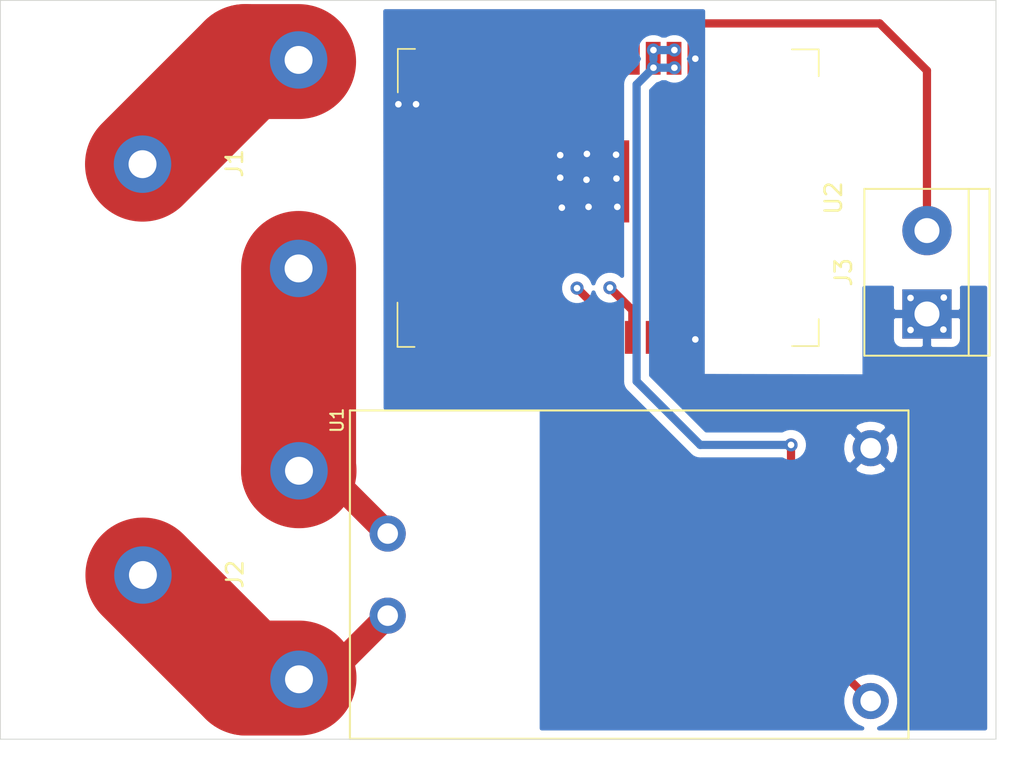
<source format=kicad_pcb>
(kicad_pcb (version 20171130) (host pcbnew "(5.1.0-0)")

  (general
    (thickness 1.6)
    (drawings 4)
    (tracks 52)
    (zones 0)
    (modules 5)
    (nets 39)
  )

  (page A4)
  (layers
    (0 F.Cu signal)
    (31 B.Cu signal)
    (32 B.Adhes user)
    (33 F.Adhes user)
    (34 B.Paste user)
    (35 F.Paste user)
    (36 B.SilkS user)
    (37 F.SilkS user)
    (38 B.Mask user)
    (39 F.Mask user)
    (40 Dwgs.User user)
    (41 Cmts.User user)
    (42 Eco1.User user)
    (43 Eco2.User user)
    (44 Edge.Cuts user)
    (45 Margin user)
    (46 B.CrtYd user)
    (47 F.CrtYd user)
    (48 B.Fab user)
    (49 F.Fab user)
  )

  (setup
    (last_trace_width 0.5)
    (user_trace_width 0.5)
    (user_trace_width 1.5)
    (user_trace_width 7)
    (trace_clearance 0.2)
    (zone_clearance 0.508)
    (zone_45_only yes)
    (trace_min 0.2)
    (via_size 0.8)
    (via_drill 0.4)
    (via_min_size 0.4)
    (via_min_drill 0.3)
    (uvia_size 0.3)
    (uvia_drill 0.1)
    (uvias_allowed no)
    (uvia_min_size 0.2)
    (uvia_min_drill 0.1)
    (edge_width 0.05)
    (segment_width 0.2)
    (pcb_text_width 0.3)
    (pcb_text_size 1.5 1.5)
    (mod_edge_width 0.12)
    (mod_text_size 1 1)
    (mod_text_width 0.15)
    (pad_size 1.524 1.524)
    (pad_drill 0.762)
    (pad_to_mask_clearance 0.051)
    (solder_mask_min_width 0.25)
    (aux_axis_origin 0 0)
    (visible_elements FFFFFF7F)
    (pcbplotparams
      (layerselection 0x010fc_ffffffff)
      (usegerberextensions false)
      (usegerberattributes false)
      (usegerberadvancedattributes false)
      (creategerberjobfile false)
      (excludeedgelayer true)
      (linewidth 0.100000)
      (plotframeref false)
      (viasonmask false)
      (mode 1)
      (useauxorigin false)
      (hpglpennumber 1)
      (hpglpenspeed 20)
      (hpglpendiameter 15.000000)
      (psnegative false)
      (psa4output false)
      (plotreference true)
      (plotvalue true)
      (plotinvisibletext false)
      (padsonsilk false)
      (subtractmaskfromsilk false)
      (outputformat 1)
      (mirror false)
      (drillshape 1)
      (scaleselection 1)
      (outputdirectory ""))
  )

  (net 0 "")
  (net 1 "Net-(J1-Pad1)")
  (net 2 "Net-(J1-Pad3)")
  (net 3 "Net-(J2-Pad2)")
  (net 4 GND)
  (net 5 +3V3)
  (net 6 "Net-(U2-Pad16)")
  (net 7 "Net-(U2-Pad17)")
  (net 8 "Net-(U2-Pad18)")
  (net 9 "Net-(U2-Pad19)")
  (net 10 "Net-(U2-Pad20)")
  (net 11 "Net-(U2-Pad21)")
  (net 12 "Net-(U2-Pad22)")
  (net 13 "Net-(U2-Pad23)")
  (net 14 "Net-(U2-Pad24)")
  (net 15 "Net-(U2-Pad4)")
  (net 16 "Net-(U2-Pad5)")
  (net 17 "Net-(U2-Pad6)")
  (net 18 "Net-(U2-Pad7)")
  (net 19 "Net-(U2-Pad8)")
  (net 20 "Net-(U2-Pad9)")
  (net 21 "Net-(U2-Pad10)")
  (net 22 "Net-(J3-Pad2)")
  (net 23 "Net-(U2-Pad12)")
  (net 24 "Net-(U2-Pad13)")
  (net 25 "Net-(U2-Pad14)")
  (net 26 "Net-(U2-Pad37)")
  (net 27 "Net-(U2-Pad36)")
  (net 28 TXD0)
  (net 29 RXD0)
  (net 30 "Net-(U2-Pad33)")
  (net 31 "Net-(U2-Pad32)")
  (net 32 "Net-(U2-Pad31)")
  (net 33 "Net-(U2-Pad30)")
  (net 34 "Net-(U2-Pad29)")
  (net 35 "Net-(U2-Pad28)")
  (net 36 "Net-(U2-Pad27)")
  (net 37 "Net-(U2-Pad26)")
  (net 38 "Net-(U2-Pad25)")

  (net_class Default "This is the default net class."
    (clearance 0.2)
    (trace_width 0.25)
    (via_dia 0.8)
    (via_drill 0.4)
    (uvia_dia 0.3)
    (uvia_drill 0.1)
    (add_net +3V3)
    (add_net GND)
    (add_net "Net-(J1-Pad1)")
    (add_net "Net-(J1-Pad3)")
    (add_net "Net-(J2-Pad2)")
    (add_net "Net-(J3-Pad2)")
    (add_net "Net-(U2-Pad10)")
    (add_net "Net-(U2-Pad12)")
    (add_net "Net-(U2-Pad13)")
    (add_net "Net-(U2-Pad14)")
    (add_net "Net-(U2-Pad16)")
    (add_net "Net-(U2-Pad17)")
    (add_net "Net-(U2-Pad18)")
    (add_net "Net-(U2-Pad19)")
    (add_net "Net-(U2-Pad20)")
    (add_net "Net-(U2-Pad21)")
    (add_net "Net-(U2-Pad22)")
    (add_net "Net-(U2-Pad23)")
    (add_net "Net-(U2-Pad24)")
    (add_net "Net-(U2-Pad25)")
    (add_net "Net-(U2-Pad26)")
    (add_net "Net-(U2-Pad27)")
    (add_net "Net-(U2-Pad28)")
    (add_net "Net-(U2-Pad29)")
    (add_net "Net-(U2-Pad30)")
    (add_net "Net-(U2-Pad31)")
    (add_net "Net-(U2-Pad32)")
    (add_net "Net-(U2-Pad33)")
    (add_net "Net-(U2-Pad36)")
    (add_net "Net-(U2-Pad37)")
    (add_net "Net-(U2-Pad4)")
    (add_net "Net-(U2-Pad5)")
    (add_net "Net-(U2-Pad6)")
    (add_net "Net-(U2-Pad7)")
    (add_net "Net-(U2-Pad8)")
    (add_net "Net-(U2-Pad9)")
    (add_net RXD0)
    (add_net TXD0)
  )

  (module local:HLK-PM03 (layer F.Cu) (tedit 5CB2A736) (tstamp 5CB2B16A)
    (at 107.275 79.975)
    (path /5CB2CE23)
    (fp_text reference U1 (at -17.78 -9.398 90) (layer F.SilkS)
      (effects (font (size 0.762 0.762) (thickness 0.127)))
    )
    (fp_text value VAL* (at 0 11) (layer F.Fab)
      (effects (font (size 0.762 0.762) (thickness 0.127)))
    )
    (fp_line (start 17 -10) (end -17 -10) (layer F.SilkS) (width 0.127))
    (fp_line (start -17 10) (end 17 10) (layer F.SilkS) (width 0.127))
    (fp_line (start -17 -10) (end -17 10) (layer F.SilkS) (width 0.127))
    (fp_line (start 17 10) (end 17 -10) (layer F.SilkS) (width 0.127))
    (pad 4 thru_hole circle (at 14.7 7.7) (size 2.2 2.2) (drill 1.25) (layers *.Cu *.Mask)
      (net 5 +3V3))
    (pad 3 thru_hole circle (at 14.7 -7.7) (size 2.2 2.2) (drill 1.25) (layers *.Cu *.Mask)
      (net 4 GND))
    (pad 2 thru_hole circle (at -14.7 2.5) (size 2.2 2.2) (drill 1.25) (layers *.Cu *.Mask)
      (net 3 "Net-(J2-Pad2)"))
    (pad 1 thru_hole circle (at -14.7 -2.5) (size 2.2 2.2) (drill 1.25) (layers *.Cu *.Mask)
      (net 2 "Net-(J1-Pad3)"))
    (model /Users/alex/Downloads/wifi-stepper-master/hardware/lib/HLK-PM03.STEP
      (at (xyz 0 0 0))
      (scale (xyz 1 1 1))
      (rotate (xyz -90 0 0))
    )
  )

  (module local:PhoenixContact-1017515 (layer F.Cu) (tedit 5CB2A08D) (tstamp 5CB2AA18)
    (at 87.15 54.975 90)
    (path /5CB2A3D6)
    (fp_text reference J1 (at 0.05 -3.9 90) (layer F.SilkS)
      (effects (font (size 1 1) (thickness 0.15)))
    )
    (fp_text value Conn_01x03 (at 0.05 -5.45 90) (layer F.Fab)
      (effects (font (size 1 1) (thickness 0.15)))
    )
    (fp_line (start -9.925 -18.1) (end 9.925 -18.1) (layer Dwgs.User) (width 0.12))
    (fp_line (start 9.925 -18.1) (end 9.925 2.65) (layer Dwgs.User) (width 0.12))
    (fp_line (start 9.925 2.65) (end -9.925 2.65) (layer Dwgs.User) (width 0.12))
    (fp_line (start -9.925 2.65) (end -9.925 -18.1) (layer Dwgs.User) (width 0.12))
    (pad 1 thru_hole circle (at 6.35 0 90) (size 3.5 3.5) (drill 1.7) (layers *.Cu *.Mask)
      (net 1 "Net-(J1-Pad1)"))
    (pad 2 thru_hole circle (at 0 -9.5 90) (size 3.5 3.5) (drill 1.7) (layers *.Cu *.Mask)
      (net 1 "Net-(J1-Pad1)"))
    (pad 3 thru_hole circle (at -6.35 0 90) (size 3.5 3.5) (drill 1.7) (layers *.Cu *.Mask)
      (net 2 "Net-(J1-Pad3)"))
  )

  (module local:PhoenixContact-1017515 (layer F.Cu) (tedit 5CB2A08D) (tstamp 5CB2AA23)
    (at 87.175 80 90)
    (path /5CB2B7B3)
    (fp_text reference J2 (at 0.05 -3.9 90) (layer F.SilkS)
      (effects (font (size 1 1) (thickness 0.15)))
    )
    (fp_text value Conn_01x03 (at 0.05 -5.45 90) (layer F.Fab)
      (effects (font (size 1 1) (thickness 0.15)))
    )
    (fp_line (start -9.925 2.65) (end -9.925 -18.1) (layer Dwgs.User) (width 0.12))
    (fp_line (start 9.925 2.65) (end -9.925 2.65) (layer Dwgs.User) (width 0.12))
    (fp_line (start 9.925 -18.1) (end 9.925 2.65) (layer Dwgs.User) (width 0.12))
    (fp_line (start -9.925 -18.1) (end 9.925 -18.1) (layer Dwgs.User) (width 0.12))
    (pad 3 thru_hole circle (at -6.35 0 90) (size 3.5 3.5) (drill 1.7) (layers *.Cu *.Mask)
      (net 3 "Net-(J2-Pad2)"))
    (pad 2 thru_hole circle (at 0 -9.5 90) (size 3.5 3.5) (drill 1.7) (layers *.Cu *.Mask)
      (net 3 "Net-(J2-Pad2)"))
    (pad 1 thru_hole circle (at 6.35 0 90) (size 3.5 3.5) (drill 1.7) (layers *.Cu *.Mask)
      (net 2 "Net-(J1-Pad3)"))
  )

  (module local:ESP32-WROOM-32D (layer F.Cu) (tedit 5B1AEA8D) (tstamp 5CB2AF2C)
    (at 103.02 57.025 270)
    (path /5CB31075)
    (fp_text reference U2 (at 0.01 -16.69 270) (layer F.SilkS)
      (effects (font (size 1 1) (thickness 0.15)))
    )
    (fp_text value ESP32-WROOM (at 0 11.88 270) (layer F.Fab)
      (effects (font (size 1 1) (thickness 0.15)))
    )
    (fp_line (start 9.74 10.46) (end 9.74 -16.02) (layer F.CrtYd) (width 0.1))
    (fp_line (start -9.77 10.47) (end 9.73 10.46) (layer F.CrtYd) (width 0.1))
    (fp_line (start -9.77 -16.04) (end -9.77 10.47) (layer F.CrtYd) (width 0.1))
    (fp_line (start 9.74 -16.04) (end -9.74 -16.04) (layer F.CrtYd) (width 0.1))
    (fp_text user REF** (at 0.01 -5.37 270) (layer F.Fab)
      (effects (font (size 1 1) (thickness 0.15)))
    )
    (fp_line (start 9.03 -14.17) (end 9.03 -15.79) (layer F.SilkS) (width 0.1))
    (fp_line (start 9.03 -15.79) (end 7.39 -15.79) (layer F.SilkS) (width 0.1))
    (fp_line (start -9.04 -14.16) (end -9.04 -15.79) (layer F.SilkS) (width 0.1))
    (fp_line (start -9.04 -15.79) (end -7.41 -15.79) (layer F.SilkS) (width 0.1))
    (fp_line (start 9.08 8.81) (end 9.08 9.85) (layer F.SilkS) (width 0.1))
    (fp_line (start 9.08 9.85) (end 6.38 9.85) (layer F.SilkS) (width 0.1))
    (fp_line (start -9.07 8.78) (end -9.07 9.83) (layer F.SilkS) (width 0.1))
    (fp_line (start -9.07 9.83) (end -6.42 9.83) (layer F.SilkS) (width 0.1))
    (fp_line (start -9 9.755) (end 9 9.755) (layer F.Fab) (width 0.1))
    (fp_line (start -9 -15.748) (end -9 9.755) (layer F.Fab) (width 0.1))
    (fp_line (start -9 -15.745) (end 9 -15.745) (layer F.Fab) (width 0.1))
    (fp_line (start 9 -15.748) (end 9 9.755) (layer F.Fab) (width 0.1))
    (pad 1 smd rect (at -8.5 -8.255 270) (size 2 0.9) (layers F.Cu F.Paste F.Mask)
      (net 4 GND))
    (pad 15 smd rect (at -5.715 9.255) (size 2 0.9) (layers F.Cu F.Paste F.Mask)
      (net 4 GND))
    (pad 16 smd rect (at -4.445 9.255) (size 2 0.9) (layers F.Cu F.Paste F.Mask)
      (net 6 "Net-(U2-Pad16)"))
    (pad 17 smd rect (at -3.175 9.255) (size 2 0.9) (layers F.Cu F.Paste F.Mask)
      (net 7 "Net-(U2-Pad17)"))
    (pad 18 smd rect (at -1.905 9.255) (size 2 0.9) (layers F.Cu F.Paste F.Mask)
      (net 8 "Net-(U2-Pad18)"))
    (pad 19 smd rect (at -0.635 9.255) (size 2 0.9) (layers F.Cu F.Paste F.Mask)
      (net 9 "Net-(U2-Pad19)"))
    (pad 20 smd rect (at 0.635 9.255) (size 2 0.9) (layers F.Cu F.Paste F.Mask)
      (net 10 "Net-(U2-Pad20)"))
    (pad 21 smd rect (at 1.905 9.255) (size 2 0.9) (layers F.Cu F.Paste F.Mask)
      (net 11 "Net-(U2-Pad21)"))
    (pad 22 smd rect (at 3.175 9.255) (size 2 0.9) (layers F.Cu F.Paste F.Mask)
      (net 12 "Net-(U2-Pad22)"))
    (pad 23 smd rect (at 4.445 9.255) (size 2 0.9) (layers F.Cu F.Paste F.Mask)
      (net 13 "Net-(U2-Pad23)"))
    (pad 24 smd rect (at 5.715 9.255) (size 2 0.9) (layers F.Cu F.Paste F.Mask)
      (net 14 "Net-(U2-Pad24)"))
    (pad 2 smd rect (at -8.5 -6.985 270) (size 2 0.9) (layers F.Cu F.Paste F.Mask)
      (net 5 +3V3))
    (pad 3 smd rect (at -8.5 -5.715 270) (size 2 0.9) (layers F.Cu F.Paste F.Mask)
      (net 5 +3V3))
    (pad 4 smd rect (at -8.5 -4.445 270) (size 2 0.9) (layers F.Cu F.Paste F.Mask)
      (net 15 "Net-(U2-Pad4)"))
    (pad 5 smd rect (at -8.5 -3.175 270) (size 2 0.9) (layers F.Cu F.Paste F.Mask)
      (net 16 "Net-(U2-Pad5)"))
    (pad 6 smd rect (at -8.5 -1.905 270) (size 2 0.9) (layers F.Cu F.Paste F.Mask)
      (net 17 "Net-(U2-Pad6)"))
    (pad 7 smd rect (at -8.5 -0.635 270) (size 2 0.9) (layers F.Cu F.Paste F.Mask)
      (net 18 "Net-(U2-Pad7)"))
    (pad 8 smd rect (at -8.5 0.635 270) (size 2 0.9) (layers F.Cu F.Paste F.Mask)
      (net 19 "Net-(U2-Pad8)"))
    (pad 9 smd rect (at -8.5 1.905 270) (size 2 0.9) (layers F.Cu F.Paste F.Mask)
      (net 20 "Net-(U2-Pad9)"))
    (pad 10 smd rect (at -8.5 3.175 270) (size 2 0.9) (layers F.Cu F.Paste F.Mask)
      (net 21 "Net-(U2-Pad10)"))
    (pad 11 smd rect (at -8.5 4.445 270) (size 2 0.9) (layers F.Cu F.Paste F.Mask)
      (net 22 "Net-(J3-Pad2)"))
    (pad 12 smd rect (at -8.5 5.715 270) (size 2 0.9) (layers F.Cu F.Paste F.Mask)
      (net 23 "Net-(U2-Pad12)"))
    (pad 13 smd rect (at -8.5 6.985 270) (size 2 0.9) (layers F.Cu F.Paste F.Mask)
      (net 24 "Net-(U2-Pad13)"))
    (pad 14 smd rect (at -8.5 8.255 270) (size 2 0.9) (layers F.Cu F.Paste F.Mask)
      (net 25 "Net-(U2-Pad14)"))
    (pad 38 smd rect (at 8.5 -8.255 270) (size 2 0.9) (layers F.Cu F.Paste F.Mask)
      (net 4 GND))
    (pad 37 smd rect (at 8.5 -6.985 270) (size 2 0.9) (layers F.Cu F.Paste F.Mask)
      (net 26 "Net-(U2-Pad37)"))
    (pad 36 smd rect (at 8.5 -5.715 270) (size 2 0.9) (layers F.Cu F.Paste F.Mask)
      (net 27 "Net-(U2-Pad36)"))
    (pad 35 smd rect (at 8.5 -4.445 270) (size 2 0.9) (layers F.Cu F.Paste F.Mask)
      (net 28 TXD0))
    (pad 34 smd rect (at 8.5 -3.175 270) (size 2 0.9) (layers F.Cu F.Paste F.Mask)
      (net 29 RXD0))
    (pad 33 smd rect (at 8.5 -1.905 270) (size 2 0.9) (layers F.Cu F.Paste F.Mask)
      (net 30 "Net-(U2-Pad33)"))
    (pad 32 smd rect (at 8.5 -0.635 270) (size 2 0.9) (layers F.Cu F.Paste F.Mask)
      (net 31 "Net-(U2-Pad32)"))
    (pad 31 smd rect (at 8.5 0.635 270) (size 2 0.9) (layers F.Cu F.Paste F.Mask)
      (net 32 "Net-(U2-Pad31)"))
    (pad 30 smd rect (at 8.5 1.905 270) (size 2 0.9) (layers F.Cu F.Paste F.Mask)
      (net 33 "Net-(U2-Pad30)"))
    (pad 29 smd rect (at 8.5 3.175 270) (size 2 0.9) (layers F.Cu F.Paste F.Mask)
      (net 34 "Net-(U2-Pad29)"))
    (pad 28 smd rect (at 8.5 4.445 270) (size 2 0.9) (layers F.Cu F.Paste F.Mask)
      (net 35 "Net-(U2-Pad28)"))
    (pad 27 smd rect (at 8.5 5.715 270) (size 2 0.9) (layers F.Cu F.Paste F.Mask)
      (net 36 "Net-(U2-Pad27)"))
    (pad 26 smd rect (at 8.5 6.985 270) (size 2 0.9) (layers F.Cu F.Paste F.Mask)
      (net 37 "Net-(U2-Pad26)"))
    (pad 25 smd rect (at 8.5 8.255 270) (size 2 0.9) (layers F.Cu F.Paste F.Mask)
      (net 38 "Net-(U2-Pad25)"))
    (pad 39 smd rect (at -1 -1.755 270) (size 5 5) (layers F.Cu F.Paste F.Mask)
      (net 4 GND))
  )

  (module Connectors_Terminal_Blocks:TerminalBlock_bornier-2_P5.08mm (layer F.Cu) (tedit 59FF03AB) (tstamp 5CB2B090)
    (at 125.4 64.1 90)
    (descr "simple 2-pin terminal block, pitch 5.08mm, revamped version of bornier2")
    (tags "terminal block bornier2")
    (path /5CB455F2)
    (fp_text reference J3 (at 2.54 -5.08 90) (layer F.SilkS)
      (effects (font (size 1 1) (thickness 0.15)))
    )
    (fp_text value Screw_Terminal_01x02 (at 2.54 5.08 90) (layer F.Fab)
      (effects (font (size 1 1) (thickness 0.15)))
    )
    (fp_line (start 7.79 4) (end -2.71 4) (layer F.CrtYd) (width 0.05))
    (fp_line (start 7.79 4) (end 7.79 -4) (layer F.CrtYd) (width 0.05))
    (fp_line (start -2.71 -4) (end -2.71 4) (layer F.CrtYd) (width 0.05))
    (fp_line (start -2.71 -4) (end 7.79 -4) (layer F.CrtYd) (width 0.05))
    (fp_line (start -2.54 3.81) (end 7.62 3.81) (layer F.SilkS) (width 0.12))
    (fp_line (start -2.54 -3.81) (end -2.54 3.81) (layer F.SilkS) (width 0.12))
    (fp_line (start 7.62 -3.81) (end -2.54 -3.81) (layer F.SilkS) (width 0.12))
    (fp_line (start 7.62 3.81) (end 7.62 -3.81) (layer F.SilkS) (width 0.12))
    (fp_line (start 7.62 2.54) (end -2.54 2.54) (layer F.SilkS) (width 0.12))
    (fp_line (start 7.54 -3.75) (end -2.46 -3.75) (layer F.Fab) (width 0.1))
    (fp_line (start 7.54 3.75) (end 7.54 -3.75) (layer F.Fab) (width 0.1))
    (fp_line (start -2.46 3.75) (end 7.54 3.75) (layer F.Fab) (width 0.1))
    (fp_line (start -2.46 -3.75) (end -2.46 3.75) (layer F.Fab) (width 0.1))
    (fp_line (start -2.41 2.55) (end 7.49 2.55) (layer F.Fab) (width 0.1))
    (fp_text user %R (at 2.54 0 90) (layer F.Fab)
      (effects (font (size 1 1) (thickness 0.15)))
    )
    (pad 2 thru_hole circle (at 5.08 0 90) (size 3 3) (drill 1.52) (layers *.Cu *.Mask)
      (net 22 "Net-(J3-Pad2)"))
    (pad 1 thru_hole rect (at 0 0 90) (size 3 3) (drill 1.52) (layers *.Cu *.Mask)
      (net 4 GND))
    (model ${KISYS3DMOD}/Terminal_Blocks.3dshapes/TerminalBlock_bornier-2_P5.08mm.wrl
      (offset (xyz 2.539999961853027 0 0))
      (scale (xyz 1 1 1))
      (rotate (xyz 0 0 0))
    )
  )

  (gr_line (start 129.6 90) (end 69 90) (layer Edge.Cuts) (width 0.05) (tstamp 5CB2AB9B))
  (gr_line (start 129.6 45) (end 129.6 90) (layer Edge.Cuts) (width 0.05))
  (gr_line (start 69 45) (end 129.6 45) (layer Edge.Cuts) (width 0.05))
  (gr_line (start 69 45) (end 69 90) (layer Edge.Cuts) (width 0.05))

  (via (at 117.125 72.075) (size 0.8) (drill 0.4) (layers F.Cu B.Cu) (net 5))
  (via (at 94.3 51.325) (size 0.8) (drill 0.4) (layers F.Cu B.Cu) (net 4))
  (via (at 93.225 51.325) (size 0.8) (drill 0.4) (layers F.Cu B.Cu) (net 4))
  (via (at 104.1 62.525) (size 0.8) (drill 0.4) (layers F.Cu B.Cu) (net 29))
  (via (at 106.1 62.5) (size 0.8) (drill 0.4) (layers F.Cu B.Cu) (net 28))
  (via (at 110.025 49.1) (size 0.8) (drill 0.4) (layers F.Cu B.Cu) (net 5))
  (via (at 108.75 49.1) (size 0.8) (drill 0.4) (layers F.Cu B.Cu) (net 5))
  (via (at 108.75 48.025) (size 0.8) (drill 0.4) (layers F.Cu B.Cu) (net 5))
  (via (at 110.025 48.025) (size 0.8) (drill 0.4) (layers F.Cu B.Cu) (net 5))
  (via (at 111.3 48.55) (size 0.8) (drill 0.4) (layers F.Cu B.Cu) (net 4))
  (via (at 106.55 57.575) (size 0.8) (drill 0.4) (layers F.Cu B.Cu) (net 4))
  (via (at 104.8 57.575) (size 0.8) (drill 0.4) (layers F.Cu B.Cu) (net 4))
  (via (at 103.175 57.625) (size 0.8) (drill 0.4) (layers F.Cu B.Cu) (net 4))
  (via (at 103.075 55.8) (size 0.8) (drill 0.4) (layers F.Cu B.Cu) (net 4))
  (via (at 104.675 55.925) (size 0.8) (drill 0.4) (layers F.Cu B.Cu) (net 4))
  (via (at 106.5 55.85) (size 0.8) (drill 0.4) (layers F.Cu B.Cu) (net 4))
  (via (at 106.475 54.4) (size 0.8) (drill 0.4) (layers F.Cu B.Cu) (net 4))
  (via (at 104.7 54.35) (size 0.8) (drill 0.4) (layers F.Cu B.Cu) (net 4))
  (via (at 103.075 54.425) (size 0.8) (drill 0.4) (layers F.Cu B.Cu) (net 4))
  (via (at 111.3 65.65) (size 0.8) (drill 0.4) (layers F.Cu B.Cu) (net 4))
  (via (at 124.4 65.075) (size 0.8) (drill 0.4) (layers F.Cu B.Cu) (net 4))
  (via (at 124.4 63.125) (size 0.8) (drill 0.4) (layers F.Cu B.Cu) (net 4))
  (via (at 126.425 63.1) (size 0.8) (drill 0.4) (layers F.Cu B.Cu) (net 4))
  (via (at 126.4 65.05) (size 0.8) (drill 0.4) (layers F.Cu B.Cu) (net 4))
  (segment (start 83.89999 48.72501) (end 87.15 48.72501) (width 7) (layer F.Cu) (net 1))
  (segment (start 77.65 54.975) (end 83.89999 48.72501) (width 7) (layer F.Cu) (net 1))
  (segment (start 87.15 73.625) (end 87.175 73.65) (width 7) (layer F.Cu) (net 2))
  (segment (start 87.15 61.325) (end 87.15 73.625) (width 7) (layer F.Cu) (net 2))
  (segment (start 88.75 73.65) (end 92.575 77.475) (width 1.5) (layer F.Cu) (net 2))
  (segment (start 87.175 73.65) (end 88.75 73.65) (width 1.5) (layer F.Cu) (net 2))
  (segment (start 83.94999 86.27499) (end 87.175 86.27499) (width 7) (layer F.Cu) (net 3))
  (segment (start 77.675 80) (end 83.94999 86.27499) (width 7) (layer F.Cu) (net 3))
  (segment (start 88.7 86.35) (end 92.575 82.475) (width 1.5) (layer F.Cu) (net 3))
  (segment (start 87.175 86.35) (end 88.7 86.35) (width 1.5) (layer F.Cu) (net 3))
  (segment (start 117.125 82.825) (end 121.975 87.675) (width 0.5) (layer F.Cu) (net 5))
  (segment (start 117.125 72.075) (end 117.125 82.825) (width 0.5) (layer F.Cu) (net 5))
  (segment (start 108.75 48.590685) (end 108.75 48.025) (width 0.5) (layer B.Cu) (net 5))
  (segment (start 108.75 48.025) (end 110.025 48.025) (width 0.5) (layer B.Cu) (net 5))
  (segment (start 108.75 49.1) (end 110.025 49.1) (width 0.5) (layer B.Cu) (net 5))
  (segment (start 117.125 72.075) (end 111.6 72.075) (width 0.5) (layer B.Cu) (net 5))
  (segment (start 111.6 72.075) (end 107.725 68.2) (width 0.5) (layer B.Cu) (net 5))
  (segment (start 107.725 50.125) (end 108.75 49.1) (width 0.5) (layer B.Cu) (net 5))
  (segment (start 107.725 68.2) (end 107.725 50.125) (width 0.5) (layer B.Cu) (net 5))
  (segment (start 98.575 47.025) (end 99.2 46.4) (width 0.5) (layer F.Cu) (net 22))
  (segment (start 98.575 48.525) (end 98.575 47.025) (width 0.5) (layer F.Cu) (net 22))
  (segment (start 99.2 46.4) (end 122.525 46.4) (width 0.5) (layer F.Cu) (net 22))
  (segment (start 125.4 49.275) (end 125.4 59.02) (width 0.5) (layer F.Cu) (net 22))
  (segment (start 122.525 46.4) (end 125.4 49.275) (width 0.5) (layer F.Cu) (net 22))
  (segment (start 107.465 63.865) (end 107.465 65.525) (width 0.5) (layer F.Cu) (net 28))
  (segment (start 106.1 62.5) (end 107.465 63.865) (width 0.5) (layer F.Cu) (net 28))
  (segment (start 106.195 64.62) (end 106.195 65.525) (width 0.5) (layer F.Cu) (net 29))
  (segment (start 104.1 62.525) (end 106.195 64.62) (width 0.5) (layer F.Cu) (net 29))

  (zone (net 4) (net_name GND) (layer B.Cu) (tstamp 5CB2B478) (hatch edge 0.508)
    (connect_pads (clearance 0.508))
    (min_thickness 0.254)
    (fill yes (arc_segments 32) (thermal_gap 0.508) (thermal_bridge_width 0.508))
    (polygon
      (pts
        (xy 92.3 45) (xy 92.325 69.95) (xy 101.825 69.975) (xy 101.825 89.9) (xy 129.475 89.9)
        (xy 129.55 62.375) (xy 121.475 62.375) (xy 121.475 67.775) (xy 111.875 67.75) (xy 111.9 45.025)
      )
    )
    (filled_polygon
      (pts
        (xy 111.748 67.74986) (xy 111.750413 67.774639) (xy 111.757614 67.798472) (xy 111.769326 67.820441) (xy 111.785099 67.839704)
        (xy 111.804326 67.855519) (xy 111.82627 67.867279) (xy 111.850087 67.874532) (xy 111.874669 67.877) (xy 121.474669 67.902)
        (xy 121.499452 67.899624) (xy 121.523295 67.892459) (xy 121.545282 67.88078) (xy 121.564568 67.865036) (xy 121.580413 67.845832)
        (xy 121.592206 67.823906) (xy 121.599495 67.800101) (xy 121.602 67.775) (xy 121.602 65.6) (xy 123.261928 65.6)
        (xy 123.274188 65.724482) (xy 123.310498 65.84418) (xy 123.369463 65.954494) (xy 123.448815 66.051185) (xy 123.545506 66.130537)
        (xy 123.65582 66.189502) (xy 123.775518 66.225812) (xy 123.9 66.238072) (xy 125.11425 66.235) (xy 125.273 66.07625)
        (xy 125.273 64.227) (xy 125.527 64.227) (xy 125.527 66.07625) (xy 125.68575 66.235) (xy 126.9 66.238072)
        (xy 127.024482 66.225812) (xy 127.14418 66.189502) (xy 127.254494 66.130537) (xy 127.351185 66.051185) (xy 127.430537 65.954494)
        (xy 127.489502 65.84418) (xy 127.525812 65.724482) (xy 127.538072 65.6) (xy 127.535 64.38575) (xy 127.37625 64.227)
        (xy 125.527 64.227) (xy 125.273 64.227) (xy 123.42375 64.227) (xy 123.265 64.38575) (xy 123.261928 65.6)
        (xy 121.602 65.6) (xy 121.602 62.502) (xy 123.27158 62.502) (xy 123.261928 62.6) (xy 123.265 63.81425)
        (xy 123.42375 63.973) (xy 125.273 63.973) (xy 125.273 63.953) (xy 125.527 63.953) (xy 125.527 63.973)
        (xy 127.37625 63.973) (xy 127.535 63.81425) (xy 127.538072 62.6) (xy 127.52842 62.502) (xy 128.94 62.502)
        (xy 128.940001 89.34) (xy 122.489108 89.34) (xy 122.796831 89.212537) (xy 123.080998 89.022663) (xy 123.322663 88.780998)
        (xy 123.512537 88.496831) (xy 123.643325 88.181081) (xy 123.71 87.845883) (xy 123.71 87.504117) (xy 123.643325 87.168919)
        (xy 123.512537 86.853169) (xy 123.322663 86.569002) (xy 123.080998 86.327337) (xy 122.796831 86.137463) (xy 122.481081 86.006675)
        (xy 122.145883 85.94) (xy 121.804117 85.94) (xy 121.468919 86.006675) (xy 121.153169 86.137463) (xy 120.869002 86.327337)
        (xy 120.627337 86.569002) (xy 120.437463 86.853169) (xy 120.306675 87.168919) (xy 120.24 87.504117) (xy 120.24 87.845883)
        (xy 120.306675 88.181081) (xy 120.437463 88.496831) (xy 120.627337 88.780998) (xy 120.869002 89.022663) (xy 121.153169 89.212537)
        (xy 121.460892 89.34) (xy 101.952 89.34) (xy 101.952 73.481712) (xy 120.947893 73.481712) (xy 121.055726 73.756338)
        (xy 121.362384 73.907216) (xy 121.692585 73.995369) (xy 122.033639 74.017409) (xy 122.372439 73.972489) (xy 122.695966 73.862336)
        (xy 122.894274 73.756338) (xy 123.002107 73.481712) (xy 121.975 72.454605) (xy 120.947893 73.481712) (xy 101.952 73.481712)
        (xy 101.952 69.975) (xy 101.94956 69.950224) (xy 101.942333 69.926399) (xy 101.930597 69.904443) (xy 101.914803 69.885197)
        (xy 101.895557 69.869403) (xy 101.873601 69.857667) (xy 101.849776 69.85044) (xy 101.825334 69.848) (xy 92.451873 69.823333)
        (xy 92.444459 62.423061) (xy 103.065 62.423061) (xy 103.065 62.626939) (xy 103.104774 62.826898) (xy 103.182795 63.015256)
        (xy 103.296063 63.184774) (xy 103.440226 63.328937) (xy 103.609744 63.442205) (xy 103.798102 63.520226) (xy 103.998061 63.56)
        (xy 104.201939 63.56) (xy 104.401898 63.520226) (xy 104.590256 63.442205) (xy 104.759774 63.328937) (xy 104.903937 63.184774)
        (xy 105.017205 63.015256) (xy 105.095226 62.826898) (xy 105.102486 62.790397) (xy 105.104774 62.801898) (xy 105.182795 62.990256)
        (xy 105.296063 63.159774) (xy 105.440226 63.303937) (xy 105.609744 63.417205) (xy 105.798102 63.495226) (xy 105.998061 63.535)
        (xy 106.201939 63.535) (xy 106.401898 63.495226) (xy 106.590256 63.417205) (xy 106.759774 63.303937) (xy 106.84 63.223711)
        (xy 106.84 68.156531) (xy 106.835719 68.2) (xy 106.84 68.243469) (xy 106.84 68.243476) (xy 106.852805 68.373489)
        (xy 106.903411 68.540312) (xy 106.985589 68.694058) (xy 107.096183 68.828817) (xy 107.129956 68.856534) (xy 110.94347 72.670049)
        (xy 110.971183 72.703817) (xy 111.004951 72.73153) (xy 111.004953 72.731532) (xy 111.105941 72.814411) (xy 111.259686 72.896589)
        (xy 111.42651 72.947195) (xy 111.556523 72.96) (xy 111.556531 72.96) (xy 111.6 72.964281) (xy 111.643469 72.96)
        (xy 116.586546 72.96) (xy 116.634744 72.992205) (xy 116.823102 73.070226) (xy 117.023061 73.11) (xy 117.226939 73.11)
        (xy 117.426898 73.070226) (xy 117.615256 72.992205) (xy 117.784774 72.878937) (xy 117.928937 72.734774) (xy 118.042205 72.565256)
        (xy 118.120226 72.376898) (xy 118.12883 72.333639) (xy 120.232591 72.333639) (xy 120.277511 72.672439) (xy 120.387664 72.995966)
        (xy 120.493662 73.194274) (xy 120.768288 73.302107) (xy 121.795395 72.275) (xy 122.154605 72.275) (xy 123.181712 73.302107)
        (xy 123.456338 73.194274) (xy 123.607216 72.887616) (xy 123.695369 72.557415) (xy 123.717409 72.216361) (xy 123.672489 71.877561)
        (xy 123.562336 71.554034) (xy 123.456338 71.355726) (xy 123.181712 71.247893) (xy 122.154605 72.275) (xy 121.795395 72.275)
        (xy 120.768288 71.247893) (xy 120.493662 71.355726) (xy 120.342784 71.662384) (xy 120.254631 71.992585) (xy 120.232591 72.333639)
        (xy 118.12883 72.333639) (xy 118.16 72.176939) (xy 118.16 71.973061) (xy 118.120226 71.773102) (xy 118.042205 71.584744)
        (xy 117.928937 71.415226) (xy 117.784774 71.271063) (xy 117.615256 71.157795) (xy 117.426898 71.079774) (xy 117.369154 71.068288)
        (xy 120.947893 71.068288) (xy 121.975 72.095395) (xy 123.002107 71.068288) (xy 122.894274 70.793662) (xy 122.587616 70.642784)
        (xy 122.257415 70.554631) (xy 121.916361 70.532591) (xy 121.577561 70.577511) (xy 121.254034 70.687664) (xy 121.055726 70.793662)
        (xy 120.947893 71.068288) (xy 117.369154 71.068288) (xy 117.226939 71.04) (xy 117.023061 71.04) (xy 116.823102 71.079774)
        (xy 116.634744 71.157795) (xy 116.586546 71.19) (xy 111.966579 71.19) (xy 108.61 67.833422) (xy 108.61 50.491578)
        (xy 108.995044 50.106535) (xy 109.051898 50.095226) (xy 109.240256 50.017205) (xy 109.288454 49.985) (xy 109.486546 49.985)
        (xy 109.534744 50.017205) (xy 109.723102 50.095226) (xy 109.923061 50.135) (xy 110.126939 50.135) (xy 110.326898 50.095226)
        (xy 110.515256 50.017205) (xy 110.684774 49.903937) (xy 110.828937 49.759774) (xy 110.942205 49.590256) (xy 111.020226 49.401898)
        (xy 111.06 49.201939) (xy 111.06 48.998061) (xy 111.020226 48.798102) (xy 110.942205 48.609744) (xy 110.910638 48.5625)
        (xy 110.942205 48.515256) (xy 111.020226 48.326898) (xy 111.06 48.126939) (xy 111.06 47.923061) (xy 111.020226 47.723102)
        (xy 110.942205 47.534744) (xy 110.828937 47.365226) (xy 110.684774 47.221063) (xy 110.515256 47.107795) (xy 110.326898 47.029774)
        (xy 110.126939 46.99) (xy 109.923061 46.99) (xy 109.723102 47.029774) (xy 109.534744 47.107795) (xy 109.486546 47.14)
        (xy 109.288454 47.14) (xy 109.240256 47.107795) (xy 109.051898 47.029774) (xy 108.851939 46.99) (xy 108.648061 46.99)
        (xy 108.448102 47.029774) (xy 108.259744 47.107795) (xy 108.090226 47.221063) (xy 107.946063 47.365226) (xy 107.832795 47.534744)
        (xy 107.754774 47.723102) (xy 107.715 47.923061) (xy 107.715 48.126939) (xy 107.754774 48.326898) (xy 107.832795 48.515256)
        (xy 107.864362 48.5625) (xy 107.832795 48.609744) (xy 107.754774 48.798102) (xy 107.743465 48.854956) (xy 107.129951 49.468471)
        (xy 107.096184 49.496183) (xy 107.068471 49.529951) (xy 107.068468 49.529954) (xy 106.98559 49.630941) (xy 106.903412 49.784687)
        (xy 106.852805 49.95151) (xy 106.835719 50.125) (xy 106.840001 50.168479) (xy 106.84 61.776289) (xy 106.759774 61.696063)
        (xy 106.590256 61.582795) (xy 106.401898 61.504774) (xy 106.201939 61.465) (xy 105.998061 61.465) (xy 105.798102 61.504774)
        (xy 105.609744 61.582795) (xy 105.440226 61.696063) (xy 105.296063 61.840226) (xy 105.182795 62.009744) (xy 105.104774 62.198102)
        (xy 105.097514 62.234603) (xy 105.095226 62.223102) (xy 105.017205 62.034744) (xy 104.903937 61.865226) (xy 104.759774 61.721063)
        (xy 104.590256 61.607795) (xy 104.401898 61.529774) (xy 104.201939 61.49) (xy 103.998061 61.49) (xy 103.798102 61.529774)
        (xy 103.609744 61.607795) (xy 103.440226 61.721063) (xy 103.296063 61.865226) (xy 103.182795 62.034744) (xy 103.104774 62.223102)
        (xy 103.065 62.423061) (xy 92.444459 62.423061) (xy 92.427662 45.66) (xy 111.772301 45.66)
      )
    )
  )
)

</source>
